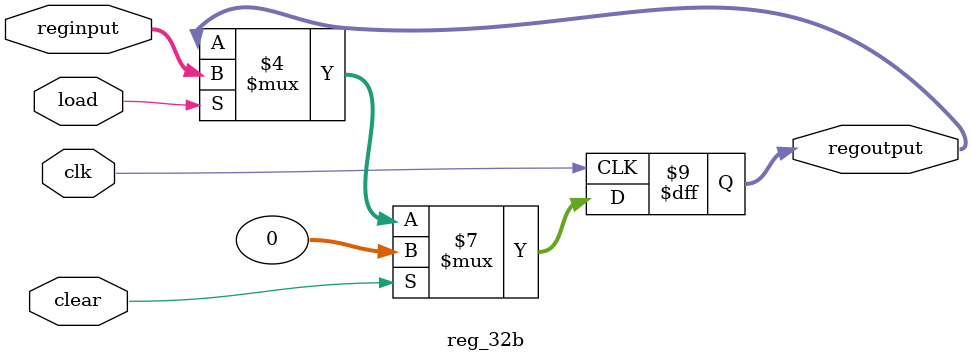
<source format=v>
module reg_32b(reginput, load, clear , clk ,regoutput);
input [31:0]reginput;
input load , clk ,clear ;
output [31:0]regoutput;
reg [31:0]regoutput;
always @(posedge clk)begin
  if(clear==1'b1)
    regoutput =32'b0;
  else if(load==1'b1)
     regoutput <= reginput;
end
endmodule

</source>
